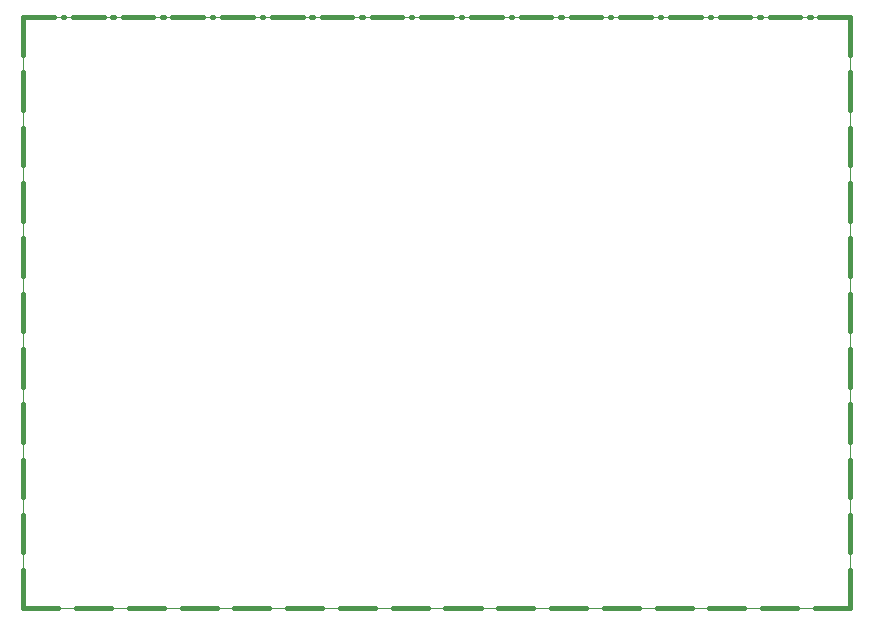
<source format=gto>
G04 EAGLE Gerber RS-274X export*
G75*
%MOMM*%
%FSLAX34Y34*%
%LPD*%
%INSilk Top*%
%IPPOS*%
%AMOC8*
5,1,8,0,0,1.08239X$1,22.5*%
G01*
%ADD10C,0.406400*%
%ADD11C,0.000000*%


D10*
X0Y0D02*
X0Y31818D01*
X0Y46818D02*
X0Y78636D01*
X0Y93636D02*
X0Y125455D01*
X0Y140455D02*
X0Y172273D01*
X0Y187273D02*
X0Y219091D01*
X0Y234091D02*
X0Y265909D01*
X0Y280909D02*
X0Y312727D01*
X0Y327727D02*
X0Y359545D01*
X0Y374545D02*
X0Y406364D01*
X0Y421364D02*
X0Y453182D01*
X0Y468182D02*
X0Y500000D01*
X670313Y0D02*
X700000Y0D01*
X655313Y0D02*
X625625Y0D01*
X610625Y0D02*
X580938Y0D01*
X565938Y0D02*
X536250Y0D01*
X521250Y0D02*
X491563Y0D01*
X476563Y0D02*
X446875Y0D01*
X431875Y0D02*
X402188Y0D01*
X387188Y0D02*
X357500Y0D01*
X342500Y0D02*
X312813Y0D01*
X297813Y0D02*
X268125Y0D01*
X253125Y0D02*
X223438Y0D01*
X208438Y0D02*
X178750Y0D01*
X163750Y0D02*
X134063Y0D01*
X119063Y0D02*
X89375Y0D01*
X74375Y0D02*
X44688Y0D01*
X29688Y0D02*
X0Y0D01*
X700000Y0D02*
X700000Y31818D01*
X700000Y46818D02*
X700000Y78636D01*
X700000Y93636D02*
X700000Y125455D01*
X700000Y140455D02*
X700000Y172273D01*
X700000Y187273D02*
X700000Y219091D01*
X700000Y234091D02*
X700000Y265909D01*
X700000Y280909D02*
X700000Y312727D01*
X700000Y327727D02*
X700000Y359545D01*
X700000Y374545D02*
X700000Y406364D01*
X700000Y421364D02*
X700000Y453182D01*
X700000Y468182D02*
X700000Y500000D01*
X25877Y500000D02*
X0Y500000D01*
X33395Y500000D02*
X34614Y500000D01*
X42133Y500000D02*
X68009Y500000D01*
X75528Y500000D02*
X76747Y500000D01*
X84265Y500000D02*
X110142Y500000D01*
X117661Y500000D02*
X118880Y500000D01*
X126398Y500000D02*
X152275Y500000D01*
X159793Y500000D02*
X161012Y500000D01*
X168531Y500000D02*
X194408Y500000D01*
X201926Y500000D02*
X203145Y500000D01*
X210664Y500000D02*
X236540Y500000D01*
X244059Y500000D02*
X245278Y500000D01*
X252796Y500000D02*
X278673Y500000D01*
X286191Y500000D02*
X287411Y500000D01*
X294929Y500000D02*
X320806Y500000D01*
X328324Y500000D02*
X329543Y500000D01*
X337062Y500000D02*
X362938Y500000D01*
X370457Y500000D02*
X371676Y500000D01*
X379194Y500000D02*
X405071Y500000D01*
X412589Y500000D02*
X413809Y500000D01*
X421327Y500000D02*
X447204Y500000D01*
X454722Y500000D02*
X455941Y500000D01*
X463460Y500000D02*
X489336Y500000D01*
X496855Y500000D02*
X498074Y500000D01*
X505592Y500000D02*
X531469Y500000D01*
X538988Y500000D02*
X540207Y500000D01*
X547725Y500000D02*
X573602Y500000D01*
X581120Y500000D02*
X582339Y500000D01*
X589858Y500000D02*
X615735Y500000D01*
X623253Y500000D02*
X624472Y500000D01*
X631991Y500000D02*
X657867Y500000D01*
X665386Y500000D02*
X666605Y500000D01*
X674123Y500000D02*
X700000Y500000D01*
D11*
X0Y500000D02*
X0Y0D01*
X0Y500000D02*
X700000Y500000D01*
X700000Y0D01*
X0Y0D01*
M02*

</source>
